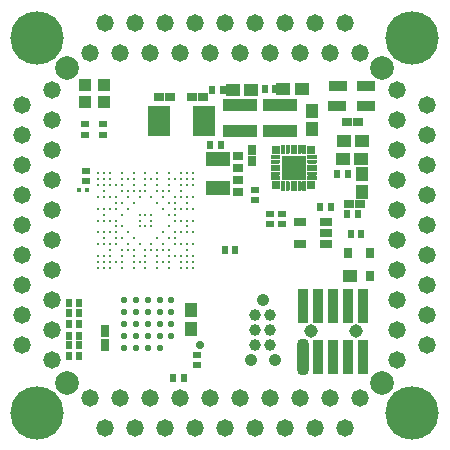
<source format=gts>
G04*
G04 #@! TF.GenerationSoftware,Altium Limited,Altium Designer,23.0.1 (38)*
G04*
G04 Layer_Color=20142*
%FSLAX25Y25*%
%MOIN*%
G70*
G04*
G04 #@! TF.SameCoordinates,25558F71-17A0-4451-AE4F-E46AD001AD8B*
G04*
G04*
G04 #@! TF.FilePolarity,Negative*
G04*
G01*
G75*
%ADD20R,0.01378X0.01772*%
%ADD30C,0.01200*%
%ADD46R,0.03556X0.03162*%
%ADD47R,0.07887X0.04737*%
%ADD48R,0.02178X0.02572*%
%ADD49C,0.07874*%
%ADD50R,0.03700X0.11800*%
G04:AMPARAMS|DCode=51|XSize=37mil|YSize=118mil|CornerRadius=11.25mil|HoleSize=0mil|Usage=FLASHONLY|Rotation=0.000|XOffset=0mil|YOffset=0mil|HoleType=Round|Shape=RoundedRectangle|*
%AMROUNDEDRECTD51*
21,1,0.03700,0.09550,0,0,0.0*
21,1,0.01450,0.11800,0,0,0.0*
1,1,0.02250,0.00725,-0.04775*
1,1,0.02250,-0.00725,-0.04775*
1,1,0.02250,-0.00725,0.04775*
1,1,0.02250,0.00725,0.04775*
%
%ADD51ROUNDEDRECTD51*%
%ADD52C,0.03900*%
%ADD53C,0.02800*%
%ADD54R,0.02572X0.02178*%
%ADD55R,0.04147X0.03950*%
%ADD56R,0.04147X0.03162*%
%ADD57R,0.04343X0.04540*%
%ADD58R,0.03359X0.02769*%
%ADD59C,0.02257*%
%ADD60R,0.07300X0.10249*%
%ADD61R,0.01187X0.03156*%
%ADD62R,0.02700X0.02700*%
%ADD63R,0.03156X0.01187*%
%ADD64R,0.02700X0.02700*%
%ADD65R,0.01975X0.03156*%
%ADD66R,0.03156X0.01975*%
%ADD67R,0.07880X0.07880*%
%ADD68R,0.03162X0.04147*%
%ADD69R,0.06115X0.03556*%
%ADD70R,0.05131X0.03950*%
%ADD71R,0.03162X0.03556*%
%ADD72R,0.04540X0.04343*%
%ADD73R,0.11430X0.03950*%
%ADD74R,0.02769X0.03359*%
%ADD75C,0.04500*%
%ADD76C,0.04200*%
%ADD77C,0.05800*%
%ADD78C,0.17800*%
G36*
X99532Y96189D02*
X98350D01*
Y99338D01*
X99532D01*
Y96189D01*
D02*
G37*
G36*
X97957D02*
X96776D01*
Y99338D01*
X97957D01*
Y96189D01*
D02*
G37*
G36*
X96382D02*
X94413D01*
Y99338D01*
X96382D01*
Y96189D01*
D02*
G37*
G36*
X94020D02*
X92839D01*
Y99338D01*
X94020D01*
Y96189D01*
D02*
G37*
G36*
X92445D02*
X91264D01*
Y99338D01*
X92445D01*
Y96189D01*
D02*
G37*
G36*
X103075Y94614D02*
X99925D01*
Y95795D01*
X103075D01*
Y94614D01*
D02*
G37*
G36*
X90870D02*
X87721D01*
Y95795D01*
X90870D01*
Y94614D01*
D02*
G37*
G36*
X103075Y93039D02*
X99925D01*
Y94220D01*
X103075D01*
Y93039D01*
D02*
G37*
G36*
X90870D02*
X87721D01*
Y94220D01*
X90870D01*
Y93039D01*
D02*
G37*
G36*
X103075Y90677D02*
X99925D01*
Y92646D01*
X103075D01*
Y90677D01*
D02*
G37*
G36*
X90870D02*
X87721D01*
Y92646D01*
X90870D01*
Y90677D01*
D02*
G37*
G36*
X103075Y89102D02*
X99925D01*
Y90283D01*
X103075D01*
Y89102D01*
D02*
G37*
G36*
X90870D02*
X87721D01*
Y90283D01*
X90870D01*
Y89102D01*
D02*
G37*
G36*
X99335Y87724D02*
X91461D01*
Y95598D01*
X99335D01*
Y87724D01*
D02*
G37*
G36*
X103075Y87527D02*
X99925D01*
Y88709D01*
X103075D01*
Y87527D01*
D02*
G37*
G36*
X90870D02*
X87721D01*
Y88709D01*
X90870D01*
Y87527D01*
D02*
G37*
G36*
X99532Y83984D02*
X98350D01*
Y87134D01*
X99532D01*
Y83984D01*
D02*
G37*
G36*
X97957D02*
X96776D01*
Y87134D01*
X97957D01*
Y83984D01*
D02*
G37*
G36*
X96382D02*
X94413D01*
Y87134D01*
X96382D01*
Y83984D01*
D02*
G37*
G36*
X94020D02*
X92839D01*
Y87134D01*
X94020D01*
Y83984D01*
D02*
G37*
G36*
X92445D02*
X91264D01*
Y87134D01*
X92445D01*
Y83984D01*
D02*
G37*
D20*
X26404Y84039D02*
D03*
X24004D02*
D03*
D30*
X59780Y89748D02*
D03*
X30252D02*
D03*
Y74000D02*
D03*
X61748Y58252D02*
D03*
X59780D02*
D03*
X57811D02*
D03*
X53874D02*
D03*
X49937D02*
D03*
X46000D02*
D03*
X42063D02*
D03*
X38126D02*
D03*
X34189D02*
D03*
X32221D02*
D03*
X30252D02*
D03*
X61748Y60220D02*
D03*
X59780D02*
D03*
X57811D02*
D03*
X53874D02*
D03*
X51906D02*
D03*
X49937D02*
D03*
X46000D02*
D03*
X44032D02*
D03*
X42063D02*
D03*
X38126D02*
D03*
X36158D02*
D03*
X34189D02*
D03*
X32221D02*
D03*
X30252D02*
D03*
X61748Y62189D02*
D03*
X59780D02*
D03*
X57811D02*
D03*
X55843D02*
D03*
X53874D02*
D03*
X49937D02*
D03*
X46000D02*
D03*
X42063D02*
D03*
X38126D02*
D03*
X34189D02*
D03*
X32221D02*
D03*
X30252D02*
D03*
X59780Y64157D02*
D03*
X53874D02*
D03*
X51906D02*
D03*
X49937D02*
D03*
X47969D02*
D03*
X46000D02*
D03*
X42063D02*
D03*
X40095D02*
D03*
X38126D02*
D03*
X34189D02*
D03*
X61748Y66126D02*
D03*
X59780D02*
D03*
X57811D02*
D03*
X55843D02*
D03*
X51906D02*
D03*
X47969D02*
D03*
X44032D02*
D03*
X40095D02*
D03*
X36158D02*
D03*
X34189D02*
D03*
X32221D02*
D03*
X30252D02*
D03*
X55843Y68094D02*
D03*
X53874D02*
D03*
X49937D02*
D03*
X42063D02*
D03*
X38126D02*
D03*
X36158D02*
D03*
X32221D02*
D03*
X61748Y70063D02*
D03*
X59780D02*
D03*
X57811D02*
D03*
X55843D02*
D03*
X51906D02*
D03*
X40095D02*
D03*
X36158D02*
D03*
X34189D02*
D03*
X32221D02*
D03*
X30252D02*
D03*
X59780Y72031D02*
D03*
X53874D02*
D03*
X47969D02*
D03*
X46000D02*
D03*
X44032D02*
D03*
X38126D02*
D03*
X36158D02*
D03*
X61748Y74000D02*
D03*
X59780D02*
D03*
X57811D02*
D03*
X55843D02*
D03*
X47969D02*
D03*
X44032D02*
D03*
X36158D02*
D03*
X34189D02*
D03*
X32221D02*
D03*
X55843Y75968D02*
D03*
X53874D02*
D03*
X47969D02*
D03*
X46000D02*
D03*
X44032D02*
D03*
X38126D02*
D03*
X32221D02*
D03*
X61748Y77937D02*
D03*
X59780D02*
D03*
X57811D02*
D03*
X55843D02*
D03*
X51906D02*
D03*
X40095D02*
D03*
X36158D02*
D03*
X34189D02*
D03*
X32221D02*
D03*
X30252D02*
D03*
X59780Y79905D02*
D03*
X55843D02*
D03*
X53874D02*
D03*
X49937D02*
D03*
X42063D02*
D03*
X38126D02*
D03*
X36158D02*
D03*
X61748Y81874D02*
D03*
X59780D02*
D03*
X57811D02*
D03*
X55843D02*
D03*
X51906D02*
D03*
X47969D02*
D03*
X44032D02*
D03*
X40095D02*
D03*
X36158D02*
D03*
X34189D02*
D03*
X32221D02*
D03*
X30252D02*
D03*
X57811Y83842D02*
D03*
X53874D02*
D03*
X51906D02*
D03*
X49937D02*
D03*
X46000D02*
D03*
X44032D02*
D03*
X42063D02*
D03*
X40095D02*
D03*
X38126D02*
D03*
X32221D02*
D03*
X61748Y85811D02*
D03*
X59780D02*
D03*
X57811D02*
D03*
X53874D02*
D03*
X49937D02*
D03*
X46000D02*
D03*
X42063D02*
D03*
X38126D02*
D03*
X36158D02*
D03*
X34189D02*
D03*
X32221D02*
D03*
X30252D02*
D03*
X61748Y87779D02*
D03*
X59780D02*
D03*
X57811D02*
D03*
X55843D02*
D03*
X53874D02*
D03*
X49937D02*
D03*
X47969D02*
D03*
X46000D02*
D03*
X42063D02*
D03*
X40095D02*
D03*
X38126D02*
D03*
X34189D02*
D03*
X32221D02*
D03*
X30252D02*
D03*
X61748Y89748D02*
D03*
X57811D02*
D03*
X53874D02*
D03*
X49937D02*
D03*
X46000D02*
D03*
X42063D02*
D03*
X38126D02*
D03*
X34189D02*
D03*
X32221D02*
D03*
D46*
X77000Y87445D02*
D03*
Y83508D02*
D03*
Y91664D02*
D03*
Y95601D02*
D03*
D47*
X70034Y84772D02*
D03*
Y94614D02*
D03*
D48*
X113372Y89500D02*
D03*
X109828D02*
D03*
X58772Y21500D02*
D03*
X55228D02*
D03*
X23972Y32500D02*
D03*
X20428D02*
D03*
X23972Y39500D02*
D03*
X20428D02*
D03*
X23972Y46650D02*
D03*
X20428D02*
D03*
X117938Y69605D02*
D03*
X114395D02*
D03*
X72428Y64200D02*
D03*
X75972D02*
D03*
X20428Y35648D02*
D03*
X23972D02*
D03*
X107768Y78541D02*
D03*
X104225D02*
D03*
X67580Y99178D02*
D03*
X113260Y76101D02*
D03*
X116804D02*
D03*
X89272Y117811D02*
D03*
X85728D02*
D03*
X71805Y117653D02*
D03*
X68262D02*
D03*
X20428Y43139D02*
D03*
X23972D02*
D03*
X71123Y99178D02*
D03*
X20428Y29000D02*
D03*
X23972D02*
D03*
D49*
X20000Y125000D02*
D03*
X125000Y20000D02*
D03*
X20000D02*
D03*
X125000Y125000D02*
D03*
D50*
X118667Y28542D02*
D03*
X113667D02*
D03*
X108667D02*
D03*
X103667D02*
D03*
X98667Y45542D02*
D03*
X103667D02*
D03*
X108667D02*
D03*
X113667D02*
D03*
X118667D02*
D03*
D51*
X98667Y28542D02*
D03*
D52*
X82600Y42415D02*
D03*
X87600D02*
D03*
X82600Y37415D02*
D03*
X87600Y32415D02*
D03*
X82600D02*
D03*
X87600Y37415D02*
D03*
D53*
X64265Y32515D02*
D03*
D54*
X63028Y25728D02*
D03*
Y29272D02*
D03*
X26336Y90598D02*
D03*
Y87055D02*
D03*
X31773Y106232D02*
D03*
Y102688D02*
D03*
X25800Y106200D02*
D03*
Y102657D02*
D03*
X91638Y72701D02*
D03*
Y76245D02*
D03*
X82531Y80728D02*
D03*
Y84272D02*
D03*
X87374Y76245D02*
D03*
Y72701D02*
D03*
D55*
X32087Y119335D02*
D03*
Y113429D02*
D03*
X25993Y119335D02*
D03*
Y113429D02*
D03*
D56*
X106272Y66062D02*
D03*
Y69802D02*
D03*
Y73542D02*
D03*
X97414D02*
D03*
Y66062D02*
D03*
D57*
X61354Y37927D02*
D03*
Y44030D02*
D03*
X118100Y83502D02*
D03*
Y89604D02*
D03*
X101448Y104460D02*
D03*
Y110562D02*
D03*
D58*
X65307Y115102D02*
D03*
X61567D02*
D03*
X54157D02*
D03*
X50417D02*
D03*
X117492Y79435D02*
D03*
X113752D02*
D03*
X117018Y106811D02*
D03*
X113278D02*
D03*
D59*
X50724Y31626D02*
D03*
X46787D02*
D03*
X42850D02*
D03*
X38913D02*
D03*
X54661Y35563D02*
D03*
X50724D02*
D03*
X46787D02*
D03*
X42850D02*
D03*
X38913D02*
D03*
X54661Y39500D02*
D03*
X50724D02*
D03*
X46787D02*
D03*
X42850D02*
D03*
X38913D02*
D03*
X54661Y43437D02*
D03*
X50724D02*
D03*
X46787D02*
D03*
X42850D02*
D03*
X38913D02*
D03*
X54661Y47374D02*
D03*
X50724D02*
D03*
X46787D02*
D03*
X42850D02*
D03*
X38913D02*
D03*
D60*
X65408Y107254D02*
D03*
X50447D02*
D03*
D61*
X91854Y85559D02*
D03*
X93429D02*
D03*
X98941D02*
D03*
X91854Y97764D02*
D03*
X93429D02*
D03*
X97366D02*
D03*
X98941D02*
D03*
X97366Y85559D02*
D03*
D62*
X101303Y85756D02*
D03*
X89492D02*
D03*
D63*
X89295Y88118D02*
D03*
Y93630D02*
D03*
Y95205D02*
D03*
X101500D02*
D03*
Y93630D02*
D03*
X89295Y89693D02*
D03*
X101500Y88118D02*
D03*
Y89693D02*
D03*
D64*
X89492Y97567D02*
D03*
X101303D02*
D03*
D65*
X95398Y97764D02*
D03*
Y85559D02*
D03*
D66*
X89295Y91661D02*
D03*
X101500D02*
D03*
D67*
X95398D02*
D03*
D68*
X32500Y37042D02*
D03*
Y32515D02*
D03*
D69*
X109963Y112321D02*
D03*
X119412D02*
D03*
X119624Y118800D02*
D03*
X110176D02*
D03*
D70*
X114237Y55563D02*
D03*
D71*
X120937D02*
D03*
Y63044D02*
D03*
X113450D02*
D03*
D72*
X112237Y100511D02*
D03*
X118340D02*
D03*
X117999Y94511D02*
D03*
X111897D02*
D03*
X98109Y117811D02*
D03*
X92006D02*
D03*
X81204Y117653D02*
D03*
X75101D02*
D03*
D73*
X77420Y112548D02*
D03*
Y103887D02*
D03*
X90948Y103787D02*
D03*
Y112448D02*
D03*
D74*
X81447Y93736D02*
D03*
Y97476D02*
D03*
D75*
X101167Y37042D02*
D03*
X116167D02*
D03*
D76*
X81100Y27415D02*
D03*
X89100D02*
D03*
X85100Y47415D02*
D03*
D77*
X27500Y15000D02*
D03*
X15000Y97500D02*
D03*
X117500Y130000D02*
D03*
X5000Y112500D02*
D03*
Y102500D02*
D03*
Y92500D02*
D03*
Y82500D02*
D03*
Y72500D02*
D03*
Y62500D02*
D03*
Y52500D02*
D03*
Y42500D02*
D03*
Y32500D02*
D03*
X27500Y130000D02*
D03*
X32500Y140000D02*
D03*
X37500Y130000D02*
D03*
X42500Y140000D02*
D03*
X47500Y130000D02*
D03*
X52500Y140000D02*
D03*
X57500Y130000D02*
D03*
X62500Y140000D02*
D03*
X67500Y130000D02*
D03*
X72500Y140000D02*
D03*
X77500Y130000D02*
D03*
X82500Y140000D02*
D03*
X92500D02*
D03*
X102500D02*
D03*
X112500D02*
D03*
X87500Y130000D02*
D03*
X97500D02*
D03*
X107500D02*
D03*
X130000Y117500D02*
D03*
Y107500D02*
D03*
Y37500D02*
D03*
Y47500D02*
D03*
Y57500D02*
D03*
Y67500D02*
D03*
Y77500D02*
D03*
Y87500D02*
D03*
Y97500D02*
D03*
X140000Y112500D02*
D03*
Y102500D02*
D03*
Y92500D02*
D03*
Y82500D02*
D03*
Y72500D02*
D03*
Y62500D02*
D03*
Y52500D02*
D03*
Y42500D02*
D03*
Y32500D02*
D03*
X130000Y27500D02*
D03*
X117500Y15000D02*
D03*
X112500Y5000D02*
D03*
X107500Y15000D02*
D03*
X102500Y5000D02*
D03*
X92500D02*
D03*
X97500Y15000D02*
D03*
X87500D02*
D03*
X82500Y5000D02*
D03*
X72500D02*
D03*
X77500Y15000D02*
D03*
X62500Y5000D02*
D03*
X67500Y15000D02*
D03*
X57500D02*
D03*
X52500Y5000D02*
D03*
X47500Y15000D02*
D03*
X42500Y5000D02*
D03*
X32500D02*
D03*
X37500Y15000D02*
D03*
X15000Y37500D02*
D03*
Y27500D02*
D03*
Y47500D02*
D03*
Y57500D02*
D03*
Y77500D02*
D03*
Y67500D02*
D03*
Y87500D02*
D03*
Y107500D02*
D03*
Y117500D02*
D03*
D78*
X10000Y135000D02*
D03*
X135000D02*
D03*
Y10000D02*
D03*
X10000D02*
D03*
M02*

</source>
